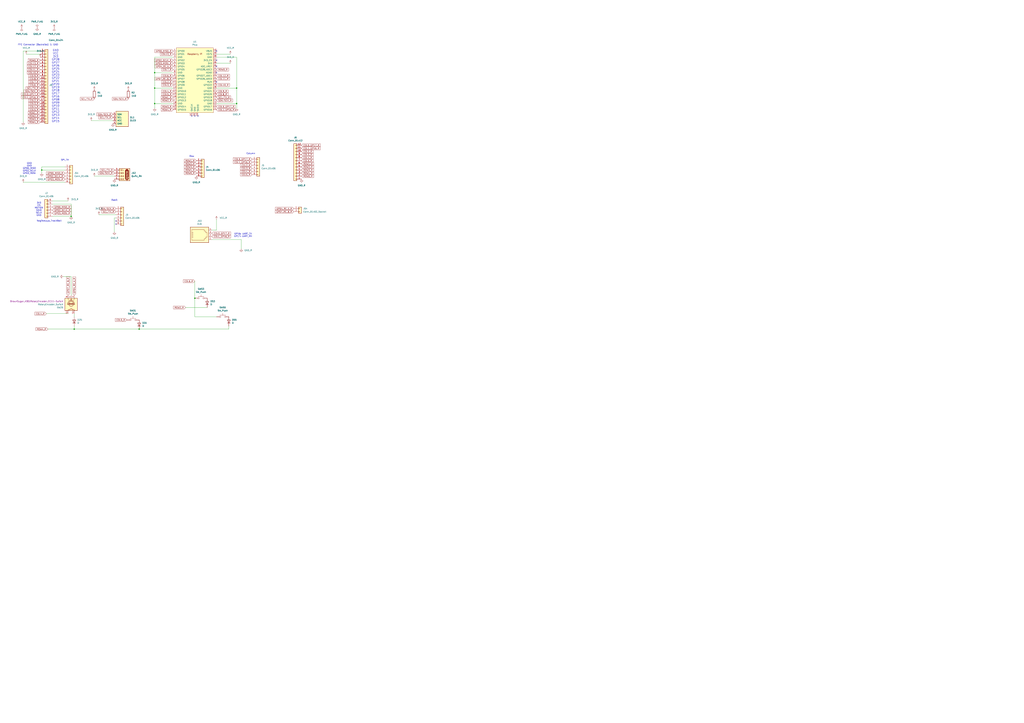
<source format=kicad_sch>
(kicad_sch (version 20250114) (generator "eeschema") (generator_version "9.0")
  (paper "A1")
  (lib_symbols
    (symbol "BrownSugar_KBD:OLED" (pin_names (offset 1.016))
      (property "Reference" "OL" (at 0 7.62 0))
      (property "Value" "OLED" (at 0 -7.62 0))
      (symbol "OLED_1_1"
        (pin bidirectional line (at -7.62 3.81 0) (length 2.54) (name "SDA") (number "1"))
        (pin bidirectional line (at -7.62 1.27 0) (length 2.54) (name "SCL") (number "2"))
        (pin power_in line (at -7.62 -1.27 0) (length 2.54) (name "VCC") (number "3"))
        (pin power_in line (at -7.62 -3.81 0) (length 2.54) (name "GND") (number "4"))
      )
    )
    (symbol "Connector:RJ9" (pin_names (offset 1.016))
      (property "Reference" "J" (at -5.08 8.89 0))
      (property "Value" "RJ9" (at 2.54 8.89 0))
      (symbol "RJ9_1_1"
        (pin passive line (at 10.16 5.08 180) (length 2.54) (name "~") (number "4"))
        (pin passive line (at 10.16 2.54 180) (length 2.54) (name "~") (number "3"))
        (pin passive line (at 10.16 0 180) (length 2.54) (name "~") (number "2"))
        (pin passive line (at 10.16 -2.54 180) (length 2.54) (name "~") (number "1"))
      )
    )
    (symbol "Connector_Generic:Conn_01x02" (pin_names (offset 1.016) (hide yes))
      (property "Reference" "J" (at 0 2.54 0))
      (property "Value" "Conn_01x02" (at 0 -5.08 0))
      (symbol "Conn_01x02_1_1"
        (pin passive line (at -5.08 0 0) (length 3.81) (name "Pin_1") (number "1"))
        (pin passive line (at -5.08 -2.54 0) (length 3.81) (name "Pin_2") (number "2"))
      )
    )
    (symbol "Connector_Generic:Conn_01x06" (pin_names (offset 1.016) (hide yes))
      (property "Reference" "J" (at 0 7.62 0))
      (property "Value" "Conn_01x06" (at 0 -10.16 0))
      (symbol "Conn_01x06_1_1"
        (pin passive line (at -5.08 5.08 0) (length 3.81) (name "Pin_1") (number "1"))
        (pin passive line (at -5.08 2.54 0) (length 3.81) (name "Pin_2") (number "2"))
        (pin passive line (at -5.08 0 0) (length 3.81) (name "Pin_3") (number "3"))
        (pin passive line (at -5.08 -2.54 0) (length 3.81) (name "Pin_4") (number "4"))
        (pin passive line (at -5.08 -5.08 0) (length 3.81) (name "Pin_5") (number "5"))
        (pin passive line (at -5.08 -7.62 0) (length 3.81) (name "Pin_6") (number "6"))
      )
    )
    (symbol "Connector_Generic:Conn_01x12" (pin_names (offset 1.016) (hide yes))
      (property "Reference" "J" (at 0 15.24 0))
      (property "Value" "Conn_01x12" (at 0 -17.78 0))
      (symbol "Conn_01x12_1_1"
        (pin passive line (at -5.08 12.7 0) (length 3.81) (name "Pin_1") (number "1"))
        (pin passive line (at -5.08 10.16 0) (length 3.81) (name "Pin_2") (number "2"))
        (pin passive line (at -5.08 7.62 0) (length 3.81) (name "Pin_3") (number "3"))
        (pin passive line (at -5.08 5.08 0) (length 3.81) (name "Pin_4") (number "4"))
        (pin passive line (at -5.08 2.54 0) (length 3.81) (name "Pin_5") (number "5"))
        (pin passive line (at -5.08 0 0) (length 3.81) (name "Pin_6") (number "6"))
        (pin passive line (at -5.08 -2.54 0) (length 3.81) (name "Pin_7") (number "7"))
        (pin passive line (at -5.08 -5.08 0) (length 3.81) (name "Pin_8") (number "8"))
        (pin passive line (at -5.08 -7.62 0) (length 3.81) (name "Pin_9") (number "9"))
        (pin passive line (at -5.08 -10.16 0) (length 3.81) (name "Pin_10") (number "10"))
        (pin passive line (at -5.08 -12.7 0) (length 3.81) (name "Pin_11") (number "11"))
        (pin passive line (at -5.08 -15.24 0) (length 3.81) (name "Pin_12") (number "12"))
      )
    )
    (symbol "Connector_Generic:Conn_01x24" (pin_names (offset 1.016) (hide yes))
      (property "Reference" "J" (at 0 30.48 0))
      (property "Value" "Conn_01x24" (at 0 -33.02 0))
      (symbol "Conn_01x24_1_1"
        (pin passive line (at -5.08 27.94 0) (length 3.81) (name "Pin_1") (number "1"))
        (pin passive line (at -5.08 25.4 0) (length 3.81) (name "Pin_2") (number "2"))
        (pin passive line (at -5.08 22.86 0) (length 3.81) (name "Pin_3") (number "3"))
        (pin passive line (at -5.08 20.32 0) (length 3.81) (name "Pin_4") (number "4"))
        (pin passive line (at -5.08 17.78 0) (length 3.81) (name "Pin_5") (number "5"))
        (pin passive line (at -5.08 15.24 0) (length 3.81) (name "Pin_6") (number "6"))
        (pin passive line (at -5.08 12.7 0) (length 3.81) (name "Pin_7") (number "7"))
        (pin passive line (at -5.08 10.16 0) (length 3.81) (name "Pin_8") (number "8"))
        (pin passive line (at -5.08 7.62 0) (length 3.81) (name "Pin_9") (number "9"))
        (pin passive line (at -5.08 5.08 0) (length 3.81) (name "Pin_10") (number "10"))
        (pin passive line (at -5.08 2.54 0) (length 3.81) (name "Pin_11") (number "11"))
        (pin passive line (at -5.08 0 0) (length 3.81) (name "Pin_12") (number "12"))
        (pin passive line (at -5.08 -2.54 0) (length 3.81) (name "Pin_13") (number "13"))
        (pin passive line (at -5.08 -5.08 0) (length 3.81) (name "Pin_14") (number "14"))
        (pin passive line (at -5.08 -7.62 0) (length 3.81) (name "Pin_15") (number "15"))
        (pin passive line (at -5.08 -10.16 0) (length 3.81) (name "Pin_16") (number "16"))
        (pin passive line (at -5.08 -12.7 0) (length 3.81) (name "Pin_17") (number "17"))
        (pin passive line (at -5.08 -15.24 0) (length 3.81) (name "Pin_18") (number "18"))
        (pin passive line (at -5.08 -17.78 0) (length 3.81) (name "Pin_19") (number "19"))
        (pin passive line (at -5.08 -20.32 0) (length 3.81) (name "Pin_20") (number "20"))
        (pin passive line (at -5.08 -22.86 0) (length 3.81) (name "Pin_21") (number "21"))
        (pin passive line (at -5.08 -25.4 0) (length 3.81) (name "Pin_22") (number "22"))
        (pin passive line (at -5.08 -27.94 0) (length 3.81) (name "Pin_23") (number "23"))
        (pin passive line (at -5.08 -30.48 0) (length 3.81) (name "Pin_24") (number "24"))
      )
    )
    (symbol "Device:D" (pin_numbers (hide yes)) (pin_names (offset 1.016) (hide yes))
      (property "Reference" "D" (at 0 2.54 0))
      (property "Value" "D" (at 0 -2.54 0))
      (symbol "D_1_1"
        (pin passive line (at -3.81 0 0) (length 2.54) (name "K") (number "1"))
        (pin passive line (at 3.81 0 180) (length 2.54) (name "A") (number "2"))
      )
    )
    (symbol "Device:R" (pin_numbers (hide yes)) (pin_names (offset 0))
      (property "Reference" "R" (at 2.032 0 90))
      (property "Value" "R" (at 0 0 90))
      (symbol "R_1_1"
        (pin passive line (at 0 3.81 270) (length 1.27) (name "~") (number "1"))
        (pin passive line (at 0 -3.81 90) (length 1.27) (name "~") (number "2"))
      )
    )
    (symbol "Device:RotaryEncoder_Switch" (pin_names (offset 0.254) (hide yes))
      (property "Reference" "SW" (at 0 6.604 0))
      (property "Value" "RotaryEncoder_Switch" (at 0 -6.604 0))
      (symbol "RotaryEncoder_Switch_1_1"
        (pin passive line (at -7.62 2.54 0) (length 2.54) (name "A") (number "A"))
        (pin passive line (at -7.62 0 0) (length 2.54) (name "C") (number "C"))
        (pin passive line (at -7.62 -2.54 0) (length 2.54) (name "B") (number "B"))
        (pin passive line (at 7.62 2.54 180) (length 2.54) (name "S1") (number "S1"))
        (pin passive line (at 7.62 -2.54 180) (length 2.54) (name "S2") (number "S2"))
      )
    )
    (symbol "RPi_Pico:Pico" (pin_names (offset 1.016))
      (property "Reference" "U" (at -13.97 27.94 0))
      (property "Value" "Pico" (at 0 19.05 0))
      (symbol "Pico_0_0"
        (text "Raspberry Pi" (at 0 21.59 0) (effects (font (size 1.27 1.27))))
      )
      (symbol "Pico_1_1"
        (pin bidirectional line (at -17.78 24.13 0) (length 2.54) (name "GPIO0") (number "1"))
        (pin bidirectional line (at -17.78 21.59 0) (length 2.54) (name "GPIO1") (number "2"))
        (pin power_in line (at -17.78 19.05 0) (length 2.54) (name "GND") (number "3"))
        (pin bidirectional line (at -17.78 16.51 0) (length 2.54) (name "GPIO2") (number "4"))
        (pin bidirectional line (at -17.78 13.97 0) (length 2.54) (name "GPIO3") (number "5"))
        (pin bidirectional line (at -17.78 11.43 0) (length 2.54) (name "GPIO4") (number "6"))
        (pin bidirectional line (at -17.78 8.89 0) (length 2.54) (name "GPIO5") (number "7"))
        (pin power_in line (at -17.78 6.35 0) (length 2.54) (name "GND") (number "8"))
        (pin bidirectional line (at -17.78 3.81 0) (length 2.54) (name "GPIO6") (number "9"))
        (pin bidirectional line (at -17.78 1.27 0) (length 2.54) (name "GPIO7") (number "10"))
        (pin bidirectional line (at -17.78 -1.27 0) (length 2.54) (name "GPIO8") (number "11"))
        (pin bidirectional line (at -17.78 -3.81 0) (length 2.54) (name "GPIO9") (number "12"))
        (pin power_in line (at -17.78 -6.35 0) (length 2.54) (name "GND") (number "13"))
        (pin bidirectional line (at -17.78 -8.89 0) (length 2.54) (name "GPIO10") (number "14"))
        (pin bidirectional line (at -17.78 -11.43 0) (length 2.54) (name "GPIO11") (number "15"))
        (pin bidirectional line (at -17.78 -13.97 0) (length 2.54) (name "GPIO12") (number "16"))
        (pin bidirectional line (at -17.78 -16.51 0) (length 2.54) (name "GPIO13") (number "17"))
        (pin power_in line (at -17.78 -19.05 0) (length 2.54) (name "GND") (number "18"))
        (pin bidirectional line (at -17.78 -21.59 0) (length 2.54) (name "GPIO14") (number "19"))
        (pin bidirectional line (at -17.78 -24.13 0) (length 2.54) (name "GPIO15") (number "20"))
        (pin input line (at -2.54 -29.21 90) (length 2.54) (name "SWCLK") (number "41"))
        (pin power_in line (at 0 -29.21 90) (length 2.54) (name "GND") (number "42"))
        (pin bidirectional line (at 2.54 -29.21 90) (length 2.54) (name "SWDIO") (number "43"))
        (pin unspecified line (at 17.78 24.13 180) (length 2.54) (name "VBUS") (number "40"))
        (pin unspecified line (at 17.78 21.59 180) (length 2.54) (name "VSYS") (number "39"))
        (pin bidirectional line (at 17.78 19.05 180) (length 2.54) (name "GND") (number "38"))
        (pin input line (at 17.78 16.51 180) (length 2.54) (name "3V3_EN") (number "37"))
        (pin unspecified line (at 17.78 13.97 180) (length 2.54) (name "3V3") (number "36"))
        (pin unspecified line (at 17.78 11.43 180) (length 2.54) (name "ADC_VREF") (number "35"))
        (pin bidirectional line (at 17.78 8.89 180) (length 2.54) (name "GPIO28_ADC2") (number "34"))
        (pin power_in line (at 17.78 6.35 180) (length 2.54) (name "AGND") (number "33"))
        (pin bidirectional line (at 17.78 3.81 180) (length 2.54) (name "GPIO27_ADC1") (number "32"))
        (pin bidirectional line (at 17.78 1.27 180) (length 2.54) (name "GPIO26_ADC0") (number "31"))
        (pin input line (at 17.78 -1.27 180) (length 2.54) (name "RUN") (number "30"))
        (pin bidirectional line (at 17.78 -3.81 180) (length 2.54) (name "GPIO22") (number "29"))
        (pin power_in line (at 17.78 -6.35 180) (length 2.54) (name "GND") (number "28"))
        (pin bidirectional line (at 17.78 -8.89 180) (length 2.54) (name "GPIO21") (number "27"))
        (pin bidirectional line (at 17.78 -11.43 180) (length 2.54) (name "GPIO20") (number "26"))
        (pin bidirectional line (at 17.78 -13.97 180) (length 2.54) (name "GPIO19") (number "25"))
        (pin bidirectional line (at 17.78 -16.51 180) (length 2.54) (name "GPIO18") (number "24"))
        (pin power_in line (at 17.78 -19.05 180) (length 2.54) (name "GND") (number "23"))
        (pin bidirectional line (at 17.78 -21.59 180) (length 2.54) (name "GPIO17") (number "22"))
        (pin bidirectional line (at 17.78 -24.13 180) (length 2.54) (name "GPIO16") (number "21"))
      )
    )
    (symbol "SparkFun-Connector:Qwiic_Right_Angle" (pin_names (offset 1.016) (hide yes))
      (property "Reference" "J" (at 0 5.08 0))
      (property "Value" "Qwiic_RA" (at 0 -7.62 0))
      (symbol "Qwiic_Right_Angle_1_1"
        (text "SCL" (at 1.27 2.54 0) (effects (font (size 1 1))))
        (text "SDA" (at 1.27 0 0) (effects (font (size 1 1))))
        (text "3V3" (at 1.27 -2.54 0) (effects (font (size 1 1))))
        (text "GND" (at 1.27 -5.08 0) (effects (font (size 1 1))))
        (pin passive line (at -5.08 2.54 0) (length 3.81) (name "Pin_4") (number "4"))
        (pin passive line (at -5.08 0 0) (length 3.81) (name "Pin_3") (number "3"))
        (pin passive line (at -5.08 -2.54 0) (length 3.81) (name "Pin_2") (number "2"))
        (pin passive line (at -5.08 -5.08 0) (length 3.81) (name "Pin_1") (number "1"))
        (pin no_connect line (at 5.08 3.81 270) (length 2.54) (hide yes) (name "NC") (number "NC1"))
        (pin no_connect line (at 6.35 3.81 270) (length 2.54) (hide yes) (name "NC") (number "NC2"))
      )
    )
    (symbol "Switch:SW_Push" (pin_numbers (hide yes)) (pin_names (offset 1.016) (hide yes))
      (property "Reference" "SW" (at 1.27 2.54 0))
      (property "Value" "SW_Push" (at 0 -1.524 0))
      (symbol "SW_Push_0_1"
        (pin passive line (at -5.08 0 0) (length 2.54) (name "1") (number "1"))
        (pin passive line (at 5.08 0 180) (length 2.54) (name "2") (number "2"))
      )
    )
    (symbol "power:GND" (power) (pin_numbers (hide yes)) (pin_names (offset 0) (hide yes))
      (property "Value" "GND" (at 0 -3.81 0))
      (symbol "GND_1_1"
        (pin power_in line (at 0 0 270) (length 0) (name "~") (number "1"))
      )
    )
    (symbol "power:PWR_FLAG" (power) (pin_numbers (hide yes)) (pin_names (offset 0) (hide yes))
      (property "Value" "PWR_FLAG" (at 0 3.81 0))
      (symbol "PWR_FLAG_0_0"
        (pin power_out line (at 0 0 90) (length 0) (name "~") (number "1"))
      )
    )
    (symbol "power:VCC" (power) (pin_numbers (hide yes)) (pin_names (offset 0) (hide yes))
      (property "Value" "VCC" (at 0 3.556 0))
      (symbol "VCC_1_1"
        (pin power_in line (at 0 0 90) (length 0) (name "~") (number "1"))
      )
    )
  )
  (text "GND\nGND\nGP00_MISO\nGP02_SCLK\nGP03_MOSI" (at 24.13 138.43 0) (effects (font (size 1.27 1.27))))
  (text "Rabit" (at 93.98 164.592 0) (effects (font (size 1.27 1.27))))
  (text "SPI_TH" (at 53.34 131.572 0) (effects (font (size 1.27 1.27))))
  (text "GP16: UART_TX\nGP17: UART_RX" (at 199.644 193.294 0) (effects (font (size 1.27 1.27))))
  (text "Column" (at 205.994 126.238 0) (effects (font (size 1.27 1.27))))
  (text "Nogikesuya_TrackBall\n" (at 40.386 181.61 0) (effects (font (size 1.27 1.27))))
  (text "3V3\nCS\nMOTION\nSDIO\nSCLK\nGND" (at 32.004 171.958 0) (effects (font (size 1.27 1.27))))
  (text "FFC Connector (Backside) １: GND" (at 31.242 36.83 0) (effects (font (size 1.27 1.27))))
  (text "GND\nVCC\n3V3\nGP28\nGP27\nGP26\nGP25\nGP24\nGP23\nGP22\nGP21\nGP20\nGP19\nGP18\nGP17\nGP16\nGP08\nGP09\nGP10\nGP11\nGP12\nGP13\nGP14\nGP15\n" (at 45.72 70.612 0) (effects (font (size 1.5748 1.5748))))
  (text "Row" (at 157.48 128.524 0) (effects (font (size 1.27 1.27))))
  (junction (at 60.96 270.51))
  (junction (at 127 72.39))
  (junction (at 58.42 177.8))
  (junction (at 194.31 72.39))
  (junction (at 34.29 139.7))
  (junction (at 114.3 270.51))
  (junction (at 160.02 245.11))
  (junction (at 194.31 85.09))
  (junction (at 127 59.69))
  (junction (at 127 85.09))
  (no_connect (at 162.56 95.25))
  (no_connect (at 177.8 67.31))
  (no_connect (at 177.8 41.91))
  (no_connect (at 95.25 181.61))
  (no_connect (at 177.8 49.53))
  (no_connect (at 160.02 95.25))
  (no_connect (at 157.48 95.25))
  (no_connect (at 95.25 184.15))
  (no_connect (at 177.8 59.69))
  (no_connect (at 177.8 54.61))
  (wire (pts (xy 43.18 167.64) (xy 58.42 167.64)))
  (wire (pts (xy 142.24 46.99) (xy 127 46.99)))
  (wire (pts (xy 19.05 149.86) (xy 53.34 149.86)))
  (wire (pts (xy 194.31 46.99) (xy 194.31 72.39)))
  (wire (pts (xy 177.8 85.09) (xy 194.31 85.09)))
  (wire (pts (xy 114.3 270.51) (xy 187.96 270.51)))
  (wire (pts (xy 127 85.09) (xy 142.24 85.09)))
  (wire (pts (xy 60.96 257.81) (xy 60.96 260.35)))
  (wire (pts (xy 60.96 270.51) (xy 114.3 270.51)))
  (wire (pts (xy 173.99 196.85) (xy 198.12 196.85)))
  (wire (pts (xy 81.28 176.53) (xy 95.25 176.53)))
  (wire (pts (xy 58.42 227.33) (xy 52.07 227.33)))
  (wire (pts (xy 194.31 88.9) (xy 194.31 85.09)))
  (wire (pts (xy 189.23 52.07) (xy 177.8 52.07)))
  (wire (pts (xy 160.02 231.14) (xy 160.02 245.11)))
  (wire (pts (xy 194.31 72.39) (xy 194.31 85.09)))
  (wire (pts (xy 177.8 260.35) (xy 160.02 260.35)))
  (wire (pts (xy 152.4 252.73) (xy 170.18 252.73)))
  (wire (pts (xy 39.37 270.51) (xy 60.96 270.51)))
  (wire (pts (xy 34.29 137.16) (xy 34.29 139.7)))
  (wire (pts (xy 19.05 41.91) (xy 19.05 100.33)))
  (wire (pts (xy 187.96 270.51) (xy 187.96 267.97)))
  (wire (pts (xy 60.96 267.97) (xy 60.96 270.51)))
  (wire (pts (xy 177.8 46.99) (xy 194.31 46.99)))
  (wire (pts (xy 177.8 189.23) (xy 173.99 189.23)))
  (wire (pts (xy 127 46.99) (xy 127 59.69)))
  (wire (pts (xy 198.12 196.85) (xy 198.12 204.47)))
  (wire (pts (xy 34.29 139.7) (xy 53.34 139.7)))
  (wire (pts (xy 127 72.39) (xy 127 85.09)))
  (wire (pts (xy 77.47 144.78) (xy 93.98 144.78)))
  (wire (pts (xy 74.93 99.06) (xy 92.71 99.06)))
  (wire (pts (xy 58.42 177.8) (xy 43.18 177.8)))
  (wire (pts (xy 21.59 44.45) (xy 33.02 44.45)))
  (wire (pts (xy 93.98 179.07) (xy 95.25 179.07)))
  (wire (pts (xy 177.8 180.34) (xy 177.8 189.23)))
  (wire (pts (xy 93.98 190.5) (xy 93.98 179.07)))
  (wire (pts (xy 189.23 44.45) (xy 177.8 44.45)))
  (wire (pts (xy 127 59.69) (xy 142.24 59.69)))
  (wire (pts (xy 127 72.39) (xy 142.24 72.39)))
  (wire (pts (xy 177.8 72.39) (xy 194.31 72.39)))
  (wire (pts (xy 34.29 139.7) (xy 34.29 142.24)))
  (wire (pts (xy 58.42 167.64) (xy 58.42 177.8)))
  (wire (pts (xy 38.1 257.81) (xy 55.88 257.81)))
  (wire (pts (xy 160.02 260.35) (xy 160.02 245.11)))
  (wire (pts (xy 43.18 165.1) (xy 55.88 165.1)))
  (wire (pts (xy 58.42 242.57) (xy 58.42 227.33)))
  (wire (pts (xy 33.02 41.91) (xy 19.05 41.91)))
  (wire (pts (xy 127 59.69) (xy 127 72.39)))
  (wire (pts (xy 53.34 137.16) (xy 34.29 137.16)))
  (wire (pts (xy 127 85.09) (xy 127 88.9)))
  (global_label "SCL{slash}TX_R" (shape input) (at 177.8 80.01 0) (property "Intersheetrefs" "${INTERSHEET_REFS}" (effects (hide yes))))
  (global_label "ROW4_R" (shape input) (at 33.02 100.33 180) (property "Intersheetrefs" "${INTERSHEET_REFS}" (effects (hide yes))))
  (global_label "COL5_R" (shape input) (at 247.65 132.08 0) (property "Intersheetrefs" "${INTERSHEET_REFS}" (effects (hide yes))))
  (global_label "COL11_R" (shape input) (at 33.02 57.15 180) (property "Intersheetrefs" "${INTERSHEET_REFS}" (effects (hide yes))))
  (global_label "GP02_SCLK_R" (shape input) (at 142.24 49.53 180) (property "Intersheetrefs" "${INTERSHEET_REFS}" (effects (hide yes))))
  (global_label "COL1_GP16_R" (shape input) (at 247.65 121.92 0) (property "Intersheetrefs" "${INTERSHEET_REFS}" (effects (hide yes))))
  (global_label "COL5_R" (shape input) (at 142.24 77.47 180) (property "Intersheetrefs" "${INTERSHEET_REFS}" (effects (hide yes))))
  (global_label "COL2_R" (shape input) (at 142.24 67.31 180) (property "Intersheetrefs" "${INTERSHEET_REFS}" (effects (hide yes))))
  (global_label "COL5_R" (shape input) (at 104.14 262.89 180) (property "Intersheetrefs" "${INTERSHEET_REFS}" (effects (hide yes))))
  (global_label "SCL{slash}TX_R" (shape input) (at 33.02 72.39 180) (property "Intersheetrefs" "${INTERSHEET_REFS}" (effects (hide yes))))
  (global_label "COL3_R" (shape input) (at 247.65 127 0) (property "Intersheetrefs" "${INTERSHEET_REFS}" (effects (hide yes))))
  (global_label "GP04_RE_A_R" (shape input) (at 142.24 54.61 180) (property "Intersheetrefs" "${INTERSHEET_REFS}" (effects (hide yes))))
  (global_label "ROW0_R" (shape input) (at 177.8 57.15 0) (property "Intersheetrefs" "${INTERSHEET_REFS}" (effects (hide yes))))
  (global_label "ROW3_R" (shape input) (at 33.02 97.79 180) (property "Intersheetrefs" "${INTERSHEET_REFS}" (effects (hide yes))))
  (global_label "COL5_R" (shape input) (at 33.02 90.17 180) (property "Intersheetrefs" "${INTERSHEET_REFS}" (effects (hide yes))))
  (global_label "COL11_R" (shape input) (at 177.8 64.77 0) (property "Intersheetrefs" "${INTERSHEET_REFS}" (effects (hide yes))))
  (global_label "COL12_R" (shape input) (at 33.02 54.61 180) (property "Intersheetrefs" "${INTERSHEET_REFS}" (effects (hide yes))))
  (global_label "COL0_GP17_R" (shape input) (at 173.99 191.77 0) (property "Intersheetrefs" "${INTERSHEET_REFS}" (effects (hide yes))))
  (global_label "GP03_MOSI_R" (shape input) (at 43.18 175.26 0) (property "Intersheetrefs" "${INTERSHEET_REFS}" (effects (hide yes))))
  (global_label "ROW1_R" (shape input) (at 247.65 134.62 0) (property "Intersheetrefs" "${INTERSHEET_REFS}" (effects (hide yes))))
  (global_label "COL1_GP16_R" (shape input) (at 33.02 80.01 180) (property "Intersheetrefs" "${INTERSHEET_REFS}" (effects (hide yes))))
  (global_label "COL7_R" (shape input) (at 142.24 57.15 180) (property "Intersheetrefs" "${INTERSHEET_REFS}" (effects (hide yes))))
  (global_label "SCL{slash}TX_R" (shape input) (at 77.47 81.28 180) (property "Intersheetrefs" "${INTERSHEET_REFS}" (effects (hide yes))))
  (global_label "COL3_R" (shape input) (at 33.02 85.09 180) (property "Intersheetrefs" "${INTERSHEET_REFS}" (effects (hide yes))))
  (global_label "ROW4_R" (shape input) (at 39.37 270.51 180) (property "Intersheetrefs" "${INTERSHEET_REFS}" (effects (hide yes))))
  (global_label "COL12_R" (shape input) (at 177.8 62.23 0) (property "Intersheetrefs" "${INTERSHEET_REFS}" (effects (hide yes))))
  (global_label "SDA{slash}SCK_R" (shape input) (at 33.02 74.93 180) (property "Intersheetrefs" "${INTERSHEET_REFS}" (effects (hide yes))))
  (global_label "COL2_R" (shape input) (at 33.02 82.55 180) (property "Intersheetrefs" "${INTERSHEET_REFS}" (effects (hide yes))))
  (global_label "ROW2_R" (shape input) (at 33.02 95.25 180) (property "Intersheetrefs" "${INTERSHEET_REFS}" (effects (hide yes))))
  (global_label "COL1_GP16_R" (shape input) (at 207.01 133.35 180) (property "Intersheetrefs" "${INTERSHEET_REFS}" (effects (hide yes))))
  (global_label "COL0_GP17_R" (shape input) (at 247.65 119.38 0) (property "Intersheetrefs" "${INTERSHEET_REFS}" (effects (hide yes))))
  (global_label "COL0_GP17_R" (shape input) (at 207.01 130.81 180) (property "Intersheetrefs" "${INTERSHEET_REFS}" (effects (hide yes))))
  (global_label "COL0_GP17_R" (shape input) (at 33.02 77.47 180) (property "Intersheetrefs" "${INTERSHEET_REFS}" (effects (hide yes))))
  (global_label "ROW2_R" (shape input) (at 247.65 137.16 0) (property "Intersheetrefs" "${INTERSHEET_REFS}" (effects (hide yes))))
  (global_label "GP07_RE_B_R" (shape input) (at 142.24 64.77 180) (property "Intersheetrefs" "${INTERSHEET_REFS}" (effects (hide yes))))
  (global_label "ROW1_R" (shape input) (at 33.02 92.71 180) (property "Intersheetrefs" "${INTERSHEET_REFS}" (effects (hide yes))))
  (global_label "COL8_R" (shape input) (at 33.02 64.77 180) (property "Intersheetrefs" "${INTERSHEET_REFS}" (effects (hide yes))))
  (global_label "ROW0_R" (shape input) (at 161.29 142.24 180) (property "Intersheetrefs" "${INTERSHEET_REFS}" (effects (hide yes))))
  (global_label "COL4_R" (shape input) (at 142.24 74.93 180) (property "Intersheetrefs" "${INTERSHEET_REFS}" (effects (hide yes))))
  (global_label "COL2_R" (shape input) (at 207.01 135.89 180) (property "Intersheetrefs" "${INTERSHEET_REFS}" (effects (hide yes))))
  (global_label "SDA{slash}SCK_R" (shape input) (at 93.98 142.24 180) (property "Intersheetrefs" "${INTERSHEET_REFS}" (effects (hide yes))))
  (global_label "GP00_MISO_R" (shape input) (at 142.24 41.91 180) (property "Intersheetrefs" "${INTERSHEET_REFS}" (effects (hide yes))))
  (global_label "COL6_R" (shape input) (at 160.02 231.14 180) (property "Intersheetrefs" "${INTERSHEET_REFS}" (effects (hide yes))))
  (global_label "COL3_R" (shape input) (at 142.24 69.85 180) (property "Intersheetrefs" "${INTERSHEET_REFS}" (effects (hide yes))))
  (global_label "ROW4_R" (shape input) (at 161.29 139.7 180) (property "Intersheetrefs" "${INTERSHEET_REFS}" (effects (hide yes))))
  (global_label "GP00_MISO_R" (shape input) (at 43.18 170.18 0) (property "Intersheetrefs" "${INTERSHEET_REFS}" (effects (hide yes))))
  (global_label "COL13_R" (shape input) (at 33.02 52.07 180) (property "Intersheetrefs" "${INTERSHEET_REFS}" (effects (hide yes))))
  (global_label "ROW4_R" (shape input) (at 247.65 142.24 0) (property "Intersheetrefs" "${INTERSHEET_REFS}" (effects (hide yes))))
  (global_label "COL3_R" (shape input) (at 207.01 138.43 180) (property "Intersheetrefs" "${INTERSHEET_REFS}" (effects (hide yes))))
  (global_label "GP02_SCLK_R" (shape input) (at 43.18 172.72 0) (property "Intersheetrefs" "${INTERSHEET_REFS}" (effects (hide yes))))
  (global_label "COL1_GP16_R" (shape input) (at 173.99 194.31 0) (property "Intersheetrefs" "${INTERSHEET_REFS}" (effects (hide yes))))
  (global_label "COL8_R" (shape input) (at 177.8 77.47 0) (property "Intersheetrefs" "${INTERSHEET_REFS}" (effects (hide yes))))
  (global_label "GP03_MOSI_R" (shape input) (at 53.34 147.32 180) (property "Intersheetrefs" "${INTERSHEET_REFS}" (effects (hide yes))))
  (global_label "COL5_R" (shape input) (at 207.01 143.51 180) (property "Intersheetrefs" "${INTERSHEET_REFS}" (effects (hide yes))))
  (global_label "SCL{slash}TX_R" (shape input) (at 92.71 96.52 180) (property "Intersheetrefs" "${INTERSHEET_REFS}" (effects (hide yes))))
  (global_label "ROW0_R" (shape input) (at 33.02 49.53 180) (property "Intersheetrefs" "${INTERSHEET_REFS}" (effects (hide yes))))
  (global_label "COL10_R" (shape input) (at 177.8 69.85 0) (property "Intersheetrefs" "${INTERSHEET_REFS}" (effects (hide yes))))
  (global_label "ROW2_R" (shape input) (at 142.24 82.55 180) (property "Intersheetrefs" "${INTERSHEET_REFS}" (effects (hide yes))))
  (global_label "ROW3_R" (shape input) (at 247.65 139.7 0) (property "Intersheetrefs" "${INTERSHEET_REFS}" (effects (hide yes))))
  (global_label "GP07_RE_B_R" (shape input) (at 241.3 173.99 180) (property "Intersheetrefs" "${INTERSHEET_REFS}" (effects (hide yes))))
  (global_label "COL4_R" (shape input) (at 207.01 140.97 180) (property "Intersheetrefs" "${INTERSHEET_REFS}" (effects (hide yes))))
  (global_label "COL7_R" (shape input) (at 33.02 67.31 180) (property "Intersheetrefs" "${INTERSHEET_REFS}" (effects (hide yes))))
  (global_label "COL2_R" (shape input) (at 247.65 124.46 0) (property "Intersheetrefs" "${INTERSHEET_REFS}" (effects (hide yes))))
  (global_label "ROW3_R" (shape input) (at 161.29 137.16 180) (property "Intersheetrefs" "${INTERSHEET_REFS}" (effects (hide yes))))
  (global_label "COL4_R" (shape input) (at 33.02 87.63 180) (property "Intersheetrefs" "${INTERSHEET_REFS}" (effects (hide yes))))
  (global_label "COL0_GP17_R" (shape input) (at 177.8 87.63 0) (property "Intersheetrefs" "${INTERSHEET_REFS}" (effects (hide yes))))
  (global_label "GP03_MOSI_R" (shape input) (at 142.24 52.07 180) (property "Intersheetrefs" "${INTERSHEET_REFS}" (effects (hide yes))))
  (global_label "ROW2_R" (shape input) (at 161.29 134.62 180) (property "Intersheetrefs" "${INTERSHEET_REFS}" (effects (hide yes))))
  (global_label "GP02_SCLK_R" (shape input) (at 53.34 144.78 180) (property "Intersheetrefs" "${INTERSHEET_REFS}" (effects (hide yes))))
  (global_label "GP04_RE_A_R" (shape input) (at 60.96 242.57 90) (property "Intersheetrefs" "${INTERSHEET_REFS}" (effects (hide yes))))
  (global_label "COL1_GP16_R" (shape input) (at 177.8 90.17 0) (property "Intersheetrefs" "${INTERSHEET_REFS}" (effects (hide yes))))
  (global_label "SDA{slash}SCK_R" (shape input) (at 92.71 93.98 180) (property "Intersheetrefs" "${INTERSHEET_REFS}" (effects (hide yes))))
  (global_label "COL10_R" (shape input) (at 33.02 59.69 180) (property "Intersheetrefs" "${INTERSHEET_REFS}" (effects (hide yes))))
  (global_label "SDA{slash}SCK_R" (shape input) (at 95.25 171.45 180) (property "Intersheetrefs" "${INTERSHEET_REFS}" (effects (hide yes))))
  (global_label "SCL{slash}TX_R" (shape input) (at 93.98 139.7 180) (property "Intersheetrefs" "${INTERSHEET_REFS}" (effects (hide yes))))
  (global_label "COL9_R" (shape input) (at 33.02 62.23 180) (property "Intersheetrefs" "${INTERSHEET_REFS}" (effects (hide yes))))
  (global_label "COL6_R" (shape input) (at 142.24 62.23 180) (property "Intersheetrefs" "${INTERSHEET_REFS}" (effects (hide yes))))
  (global_label "ROW3_R" (shape input) (at 142.24 87.63 180) (property "Intersheetrefs" "${INTERSHEET_REFS}" (effects (hide yes))))
  (global_label "COL4_R" (shape input) (at 247.65 129.54 0) (property "Intersheetrefs" "${INTERSHEET_REFS}" (effects (hide yes))))
  (global_label "SDA{slash}SCK_R" (shape input) (at 177.8 82.55 0) (property "Intersheetrefs" "${INTERSHEET_REFS}" (effects (hide yes))))
  (global_label "COL13_R" (shape input) (at 142.24 44.45 180) (property "Intersheetrefs" "${INTERSHEET_REFS}" (effects (hide yes))))
  (global_label "ROW0_R" (shape input) (at 247.65 144.78 0) (property "Intersheetrefs" "${INTERSHEET_REFS}" (effects (hide yes))))
  (global_label "COL9_R" (shape input) (at 177.8 74.93 0) (property "Intersheetrefs" "${INTERSHEET_REFS}" (effects (hide yes))))
  (global_label "GP07_RE_B_R" (shape input) (at 55.88 242.57 90) (property "Intersheetrefs" "${INTERSHEET_REFS}" (effects (hide yes))))
  (global_label "COL4_R" (shape input) (at 38.1 257.81 180) (property "Intersheetrefs" "${INTERSHEET_REFS}" (effects (hide yes))))
  (global_label "ROW1_R" (shape input) (at 142.24 80.01 180) (property "Intersheetrefs" "${INTERSHEET_REFS}" (effects (hide yes))))
  (global_label "ROW1_R" (shape input) (at 161.29 132.08 180) (property "Intersheetrefs" "${INTERSHEET_REFS}" (effects (hide yes))))
  (global_label "GP00_MISO_R" (shape input) (at 53.34 142.24 180) (property "Intersheetrefs" "${INTERSHEET_REFS}" (effects (hide yes))))
  (global_label "SDA{slash}SCK_R" (shape input) (at 105.41 81.28 180) (property "Intersheetrefs" "${INTERSHEET_REFS}" (effects (hide yes))))
  (global_label "SCL{slash}TX_R" (shape input) (at 95.25 173.99 180) (property "Intersheetrefs" "${INTERSHEET_REFS}" (effects (hide yes))))
  (global_label "GP04_RE_A_R" (shape input) (at 241.3 171.45 180) (property "Intersheetrefs" "${INTERSHEET_REFS}" (effects (hide yes))))
  (global_label "ROW2_R" (shape input) (at 152.4 252.73 180) (property "Intersheetrefs" "${INTERSHEET_REFS}" (effects (hide yes))))
  (global_label "ROW4_R" (shape input) (at 142.24 90.17 180) (property "Intersheetrefs" "${INTERSHEET_REFS}" (effects (hide yes))))
  (global_label "COL6_R" (shape input) (at 33.02 69.85 180) (property "Intersheetrefs" "${INTERSHEET_REFS}" (effects (hide yes))))
  (symbol (lib_id "power:GND") (at 194.31 88.9 0) (unit 1)
    (property "Reference" "#PWR010" (effects (hide yes)))
    (property "Value" "GND_R" (at 194.31 93.98 0))
    (property "Description" "Power symbol creates a global label with name \"GND\" , ground" (effects (hide yes)))
  )
  (symbol (lib_id "Connector_Generic:Conn_01x06") (at 166.37 137.16 0) (unit 1)
    (property "Reference" "J4" (at 168.91 137.1599 0) (effects (justify left)))
    (property "Value" "Conn_01x06" (at 168.91 139.6999 0) (effects (justify left)))
    (property "Footprint" "DreaM117er-keebLibrary:Hirose_FH12-6S-0.5SH_1x06-1MP_P0.50mm_Horizontal" (effects (hide yes)))
  )
  (symbol (lib_id "Connector_Generic:Conn_01x02") (at 246.38 171.45 0) (unit 1)
    (property "Reference" "J54" (at 248.92 171.4499 0) (effects (justify left)))
    (property "Value" "Conn_01x02_Socket" (at 248.92 173.9899 0) (effects (justify left)))
    (property "Footprint" "Connector_PinHeader_2.54mm:PinHeader_1x02_P2.54mm_Vertical" (effects (hide yes)))
    (property "Description" "Generic connector, single row, 01x02, script generated (kicad-library-utils/schlib/autogen/connector/)" (effects (hide yes)))
  )
  (symbol (lib_id "power:GND") (at 93.98 147.32 0) (unit 1)
    (property "Reference" "#PWR07" (effects (hide yes)))
    (property "Value" "GND_R" (at 93.98 152.4 0))
    (property "Description" "Power symbol creates a global label with name \"GND\" , ground" (effects (hide yes)))
  )
  (symbol (lib_id "power:GND") (at 92.71 101.6 0) (unit 1)
    (property "Reference" "#PWR011" (effects (hide yes)))
    (property "Value" "GND_R" (at 92.71 106.68 0))
    (property "Description" "Power symbol creates a global label with name \"GND\" , ground" (effects (hide yes)))
  )
  (symbol (lib_id "power:GND") (at 127 88.9 0) (unit 1)
    (property "Reference" "#PWR021" (effects (hide yes)))
    (property "Value" "GND_R" (at 127 93.98 0))
    (property "Description" "Power symbol creates a global label with name \"GND\" , ground" (effects (hide yes)))
  )
  (symbol (lib_id "Connector_Generic:Conn_01x12") (at 242.57 134.62 180) (unit 1)
    (property "Reference" "J6" (at 242.57 113.03 0))
    (property "Value" "Conn_01x12" (at 242.57 115.57 0))
    (property "Footprint" "DreaM117er-keebLibrary:Hirose_FH12-12S-0.5SH_1x12-1MP_P0.50mm_Horizontal" (effects (hide yes)))
    (property "Description" "Generic connector, single row, 01x12, script generated (kicad-library-utils/schlib/autogen/connector/)" (effects (hide yes)))
  )
  (symbol (lib_id "SparkFun-Connector:Qwiic_Right_Angle") (at 99.06 142.24 0) (unit 1)
    (property "Reference" "J52" (at 107.95 142.2399 0) (effects (justify left)))
    (property "Value" "Qwiic_RA" (at 107.95 144.7799 0) (effects (justify left)))
    (property "Footprint" "SparkFun-Connector:JST_SMD_1.0mm-4_Black" (effects (hide yes)))
    (property "Datasheet" "https://www.jst-mfg.com/product/pdf/eng/eSH.pdf" (effects (hide yes)))
    (property "Description" "4 pin JST 1mm polarized connector for I2C" (effects (hide yes)))
    (property "PROD_ID" "CONN-13694" (effects (hide yes)))
  )
  (symbol (lib_id "Connector_Generic:Conn_01x06") (at 38.1 172.72 180) (unit 1)
    (property "Reference" "J2" (at 38.1 158.75 0))
    (property "Value" "Conn_01x06" (at 38.1 161.29 0))
    (property "Footprint" "Connector_FFC-FPC:Hirose_FH12-6S-0.5SH_1x06-1MP_P0.50mm_Horizontal" (effects (hide yes)))
    (property "Description" "Generic connector, single row, 01x06, script generated (kicad-library-utils/schlib/autogen/connector/)" (effects (hide yes)))
  )
  (symbol (lib_id "power:VCC") (at 77.47 144.78 0) (unit 1)
    (property "Reference" "#PWR018" (effects (hide yes)))
    (property "Value" "3V3_R" (at 77.47 139.7 0))
    (property "Description" "Power symbol creates a global label with name \"VCC\"" (effects (hide yes)))
  )
  (symbol (lib_id "power:VCC") (at 55.88 165.1 0) (unit 1)
    (property "Reference" "#PWR027" (effects (hide yes)))
    (property "Value" "3V3_R" (at 58.42 163.8299 0) (effects (justify left)))
    (property "Description" "Power symbol creates a global label with name \"VCC\"" (effects (hide yes)))
  )
  (symbol (lib_id "power:GND") (at 198.12 204.47 0) (unit 1)
    (property "Reference" "#PWR058" (effects (hide yes)))
    (property "Value" "GND_R" (at 200.66 205.7399 0) (effects (justify left)))
    (property "Description" "Power symbol creates a global label with name \"GND\" , ground" (effects (hide yes)))
  )
  (symbol (lib_id "power:GND") (at 30.48 22.86 0) (unit 1)
    (property "Reference" "#PWR06" (effects (hide yes)))
    (property "Value" "GND_R" (at 30.48 27.94 0))
    (property "Description" "Power symbol creates a global label with name \"GND\" , ground" (effects (hide yes)))
  )
  (symbol (lib_id "Switch:SW_Push") (at 165.1 245.11 0) (mirror y) (unit 1)
    (property "Reference" "SW53" (at 165.1 237.49 0))
    (property "Value" "SW_Push" (at 165.1 240.03 0))
    (property "Footprint" "Rikkodo_FootPrint:rkd_Asm_ChocV1V2_Hotswap_1u" (effects (hide yes)))
    (property "Description" "Push button switch, generic, two pins" (effects (hide yes)))
  )
  (symbol (lib_id "Device:D") (at 187.96 264.16 90) (unit 1)
    (property "Reference" "D55" (at 190.5 262.8899 90) (effects (justify right)))
    (property "Value" "D" (at 190.5 265.4299 90) (effects (justify right)))
    (property "Footprint" "kbd_Parts:Diode_SMD" (effects (hide yes)))
    (property "Description" "Diode" (effects (hide yes)))
    (property "Sim.Device" "D" (effects (hide yes)))
    (property "Sim.Pins" "1=K 2=A" (effects (hide yes)))
  )
  (symbol (lib_id "power:VCC") (at 17.78 22.86 0) (unit 1)
    (property "Reference" "#PWR05" (effects (hide yes)))
    (property "Value" "VCC_R" (at 17.78 17.78 0))
    (property "Description" "Power symbol creates a global label with name \"VCC\"" (effects (hide yes)))
  )
  (symbol (lib_id "Device:D") (at 114.3 266.7 90) (unit 1)
    (property "Reference" "D31" (at 116.84 265.4299 90) (effects (justify right)))
    (property "Value" "D" (at 116.84 267.9699 90) (effects (justify right)))
    (property "Footprint" "kbd_Parts:Diode_SMD" (effects (hide yes)))
    (property "Description" "Diode" (effects (hide yes)))
    (property "Sim.Device" "D" (effects (hide yes)))
    (property "Sim.Pins" "1=K 2=A" (effects (hide yes)))
  )
  (symbol (lib_id "power:VCC") (at 21.59 44.45 0) (unit 1)
    (property "Reference" "#PWR02" (effects (hide yes)))
    (property "Value" "VCC_R" (at 21.59 39.37 0))
    (property "Description" "Power symbol creates a global label with name \"VCC\"" (effects (hide yes)))
  )
  (symbol (lib_id "Connector:RJ9") (at 163.83 194.31 0) (unit 1)
    (property "Reference" "J53" (at 163.83 181.61 0))
    (property "Value" "RJ9" (at 163.83 184.15 0))
    (property "Footprint" "Connector_RJ:RJ9_Evercom_5301-440xxx_Horizontal" (effects (hide yes)))
    (property "Description" "RJ connector, 4P4C (4 positions 4 connected)" (effects (hide yes)))
  )
  (symbol (lib_id "Device:R") (at 105.41 77.47 0) (unit 1)
    (property "Reference" "R2" (at 107.95 76.2 0) (effects (justify left)))
    (property "Value" "1kΩ" (at 107.95 78.74 0) (effects (justify left)))
    (property "Footprint" "Resistor_SMD:R_0603_1608Metric" (effects (hide yes)))
  )
  (symbol (lib_id "power:GND") (at 58.42 177.8 0) (unit 1)
    (property "Reference" "#PWR025" (effects (hide yes)))
    (property "Value" "GND_R" (at 58.42 182.88 0))
    (property "Description" "Power symbol creates a global label with name \"GND\" , ground" (effects (hide yes)))
  )
  (symbol (lib_id "Connector_Generic:Conn_01x06") (at 100.33 176.53 0) (unit 1)
    (property "Reference" "J3" (at 102.87 176.5299 0) (effects (justify left)))
    (property "Value" "Conn_01x06" (at 102.87 179.0699 0) (effects (justify left)))
    (property "Footprint" "DreaM117er-keebLibrary:Hirose_FH12-6S-0.5SH_1x06-1MP_P0.50mm_Horizontal" (effects (hide yes)))
  )
  (symbol (lib_id "Device:R") (at 77.47 77.47 0) (unit 1)
    (property "Reference" "R1" (at 80.01 76.2 0) (effects (justify left)))
    (property "Value" "1kΩ" (at 80.01 78.74 0) (effects (justify left)))
    (property "Footprint" "Resistor_SMD:R_0603_1608Metric" (effects (hide yes)))
  )
  (symbol (lib_id "Device:D") (at 170.18 248.92 90) (unit 1)
    (property "Reference" "D53" (at 172.72 247.6499 90) (effects (justify right)))
    (property "Value" "D" (at 172.72 250.1899 90) (effects (justify right)))
    (property "Footprint" "kbd_Parts:Diode_SMD" (effects (hide yes)))
    (property "Description" "Diode" (effects (hide yes)))
    (property "Sim.Device" "D" (effects (hide yes)))
    (property "Sim.Pins" "1=K 2=A" (effects (hide yes)))
  )
  (symbol (lib_id "power:PWR_FLAG") (at 17.78 22.86 180) (unit 1)
    (property "Reference" "#FLG01" (effects (hide yes)))
    (property "Value" "PWR_FLAG" (at 17.78 27.94 0))
    (property "Description" "Special symbol for telling ERC where power comes from" (effects (hide yes)))
  )
  (symbol (lib_id "power:PWR_FLAG") (at 30.48 22.86 0) (unit 1)
    (property "Reference" "#FLG02" (effects (hide yes)))
    (property "Value" "PWR_FLAG" (at 30.48 17.78 0))
    (property "Description" "Special symbol for telling ERC where power comes from" (effects (hide yes)))
  )
  (symbol (lib_id "power:GND") (at 52.07 227.33 270) (unit 1)
    (property "Reference" "#PWR04" (effects (hide yes)))
    (property "Value" "GND_R" (at 48.26 227.3299 90) (effects (justify right)))
    (property "Description" "Power symbol creates a global label with name \"GND\" , ground" (effects (hide yes)))
  )
  (symbol (lib_id "RPi_Pico:Pico") (at 160.02 66.04 0) (unit 1)
    (property "Reference" "U1" (at 160.02 34.29 0))
    (property "Value" "Pico" (at 160.02 36.83 0))
    (property "Footprint" "Rikkodo_FootPrint:rkd_RPi_Pico_TH_NODBG" (effects (hide yes)))
  )
  (symbol (lib_id "power:GND") (at 93.98 190.5 0) (unit 1)
    (property "Reference" "#PWR013" (effects (hide yes)))
    (property "Value" "GND_R" (at 93.98 195.58 0))
    (property "Description" "Power symbol creates a global label with name \"GND\" , ground" (effects (hide yes)))
  )
  (symbol (lib_id "Device:D") (at 60.96 264.16 90) (unit 1)
    (property "Reference" "D25" (at 63.5 262.8899 90) (effects (justify right)))
    (property "Value" "D" (at 63.5 265.4299 90) (effects (justify right)))
    (property "Footprint" "kbd_Parts:Diode_SMD" (effects (hide yes)))
    (property "Description" "Diode" (effects (hide yes)))
    (property "Sim.Device" "D" (effects (hide yes)))
    (property "Sim.Pins" "1=K 2=A" (effects (hide yes)))
  )
  (symbol (lib_id "power:VCC") (at 177.8 180.34 0) (unit 1)
    (property "Reference" "#PWR057" (effects (hide yes)))
    (property "Value" "VCC_R" (at 180.34 179.0699 0) (effects (justify left)))
    (property "Description" "Power symbol creates a global label with name \"VCC\"" (effects (hide yes)))
  )
  (symbol (lib_id "Connector_Generic:Conn_01x06") (at 58.42 142.24 0) (unit 1)
    (property "Reference" "J51" (at 60.96 142.2399 0) (effects (justify left)))
    (property "Value" "Conn_01x06" (at 60.96 144.7799 0) (effects (justify left)))
    (property "Footprint" "Connector_PinHeader_2.54mm:PinHeader_1x06_P2.54mm_Horizontal" (effects (hide yes)))
    (property "Description" "Generic connector, single row, 01x06, script generated (kicad-library-utils/schlib/autogen/connector/)" (effects (hide yes)))
  )
  (symbol (lib_id "power:VCC") (at 74.93 99.06 0) (unit 1)
    (property "Reference" "#PWR015" (effects (hide yes)))
    (property "Value" "3V3_R" (at 74.93 93.98 0))
    (property "Description" "Power symbol creates a global label with name \"VCC\"" (effects (hide yes)))
  )
  (symbol (lib_id "power:PWR_FLAG") (at 44.45 22.86 180) (unit 1)
    (property "Reference" "#FLG03" (effects (hide yes)))
    (property "Value" "PWR_FLAG" (at 44.45 27.94 0))
    (property "Description" "Special symbol for telling ERC where power comes from" (effects (hide yes)))
  )
  (symbol (lib_id "power:VCC") (at 81.28 176.53 0) (unit 1)
    (property "Reference" "#PWR023" (effects (hide yes)))
    (property "Value" "3V3_R" (at 81.28 171.45 0))
    (property "Description" "Power symbol creates a global label with name \"VCC\"" (effects (hide yes)))
  )
  (symbol (lib_id "power:GND") (at 19.05 100.33 0) (unit 1)
    (property "Reference" "#PWR01" (effects (hide yes)))
    (property "Value" "GND_R" (at 19.05 105.41 0))
    (property "Description" "Power symbol creates a global label with name \"GND\" , ground" (effects (hide yes)))
  )
  (symbol (lib_id "power:GND") (at 247.65 147.32 0) (unit 1)
    (property "Reference" "#PWR020" (effects (hide yes)))
    (property "Value" "GND_R" (at 247.65 152.4 0))
    (property "Description" "Power symbol creates a global label with name \"GND\" , ground" (effects (hide yes)))
  )
  (symbol (lib_id "Switch:SW_Push") (at 109.22 262.89 0) (mirror y) (unit 1)
    (property "Reference" "SW31" (at 109.22 255.27 0))
    (property "Value" "SW_Push" (at 109.22 257.81 0))
    (property "Footprint" "Rikkodo_FootPrint:rkd_Asm_ChocV1V2_Hotswap_1u" (effects (hide yes)))
    (property "Description" "Push button switch, generic, two pins" (effects (hide yes)))
  )
  (symbol (lib_id "power:VCC") (at 33.02 46.99 0) (unit 1)
    (property "Reference" "#PWR016" (effects (hide yes)))
    (property "Value" "3V3_R" (at 33.02 41.91 0))
    (property "Description" "Power symbol creates a global label with name \"VCC\"" (effects (hide yes)))
  )
  (symbol (lib_id "Connector_Generic:Conn_01x24") (at 38.1 69.85 0) (unit 1)
    (property "Reference" "J1" (at 40.64 69.8499 0) (effects (justify left)))
    (property "Value" "Conn_01x24" (at 40.132 33.02 0) (effects (justify left)))
    (property "Footprint" "Connector_FFC-FPC:Hirose_FH12-24S-0.5SH_1x24-1MP_P0.50mm_Horizontal" (effects (hide yes)))
    (property "Description" "Generic connector, single row, 01x24, script generated (kicad-library-utils/schlib/autogen/connector/)" (effects (hide yes)))
  )
  (symbol (lib_id "power:GND") (at 34.29 142.24 0) (unit 1)
    (property "Reference" "#PWR03" (effects (hide yes)))
    (property "Value" "GND_R" (at 34.29 147.32 0))
    (property "Description" "Power symbol creates a global label with name \"GND\" , ground" (effects (hide yes)))
  )
  (symbol (lib_id "Device:RotaryEncoder_Switch") (at 58.42 250.19 270) (unit 1)
    (property "Reference" "SW25" (at 52.07 252.7301 90) (effects (justify right)))
    (property "Value" "RotaryEncoder_Switch" (at 52.07 250.1901 90) (effects (justify right)))
    (property "Footprint" "BrownSugar_KBD:RotaryEncoder_EC11-Switch" (at 52.07 247.6501 90) (effects (justify right)))
    (property "Description" "Rotary encoder, dual channel, incremental quadrate outputs, with switch" (effects (hide yes)))
  )
  (symbol (lib_id "power:VCC") (at 19.05 149.86 0) (unit 1)
    (property "Reference" "#PWR09" (effects (hide yes)))
    (property "Value" "3V3_R" (at 19.05 144.78 0))
    (property "Description" "Power symbol creates a global label with name \"VCC\"" (effects (hide yes)))
  )
  (symbol (lib_id "Connector_Generic:Conn_01x06") (at 212.09 135.89 0) (unit 1)
    (property "Reference" "J5" (at 214.63 135.8899 0) (effects (justify left)))
    (property "Value" "Conn_01x06" (at 214.63 138.4299 0) (effects (justify left)))
    (property "Footprint" "DreaM117er-keebLibrary:Hirose_FH12-6S-0.5SH_1x06-1MP_P0.50mm_Horizontal" (effects (hide yes)))
  )
  (symbol (lib_id "power:VCC") (at 44.45 22.86 0) (unit 1)
    (property "Reference" "#PWR014" (effects (hide yes)))
    (property "Value" "3V3_R" (at 44.45 17.78 0))
    (property "Description" "Power symbol creates a global label with name \"VCC\"" (effects (hide yes)))
  )
  (symbol (lib_id "BrownSugar_KBD:OLED") (at 100.33 97.79 0) (unit 1)
    (property "Reference" "OL1" (at 106.68 96.5199 0) (effects (justify left)))
    (property "Value" "OLED" (at 106.68 99.0599 0) (effects (justify left)))
    (property "Footprint" "BrownSugar_KBD:OLED_center_display" (effects (hide yes)))
  )
  (symbol (lib_id "power:VCC") (at 189.23 52.07 0) (unit 1)
    (property "Reference" "#PWR017" (effects (hide yes)))
    (property "Value" "3V3_R" (at 189.23 46.99 0))
    (property "Description" "Power symbol creates a global label with name \"VCC\"" (effects (hide yes)))
  )
  (symbol (lib_id "Switch:SW_Push") (at 182.88 260.35 0) (mirror y) (unit 1)
    (property "Reference" "SW55" (at 182.88 252.73 0))
    (property "Value" "SW_Push" (at 182.88 255.27 0))
    (property "Footprint" "Rikkodo_FootPrint:rkd_Asm_ChocV1V2_Hotswap_1u" (effects (hide yes)))
    (property "Description" "Push button switch, generic, two pins" (effects (hide yes)))
  )
  (symbol (lib_id "power:GND") (at 161.29 144.78 0) (unit 1)
    (property "Reference" "#PWR012" (effects (hide yes)))
    (property "Value" "GND_R" (at 161.29 149.86 0))
    (property "Description" "Power symbol creates a global label with name \"GND\" , ground" (effects (hide yes)))
  )
  (symbol (lib_id "power:VCC") (at 105.41 73.66 0) (unit 1)
    (property "Reference" "#PWR022" (effects (hide yes)))
    (property "Value" "3V3_R" (at 105.41 68.58 0))
    (property "Description" "Power symbol creates a global label with name \"VCC\"" (effects (hide yes)))
  )
  (symbol (lib_id "power:VCC") (at 189.23 44.45 0) (unit 1)
    (property "Reference" "#PWR08" (effects (hide yes)))
    (property "Value" "VCC_R" (at 189.23 39.37 0))
    (property "Description" "Power symbol creates a global label with name \"VCC\"" (effects (hide yes)))
  )
  (symbol (lib_id "power:VCC") (at 77.47 73.66 0) (unit 1)
    (property "Reference" "#PWR019" (effects (hide yes)))
    (property "Value" "3V3_R" (at 77.47 68.58 0))
    (property "Description" "Power symbol creates a global label with name \"VCC\"" (effects (hide yes)))
  )
)
</source>
